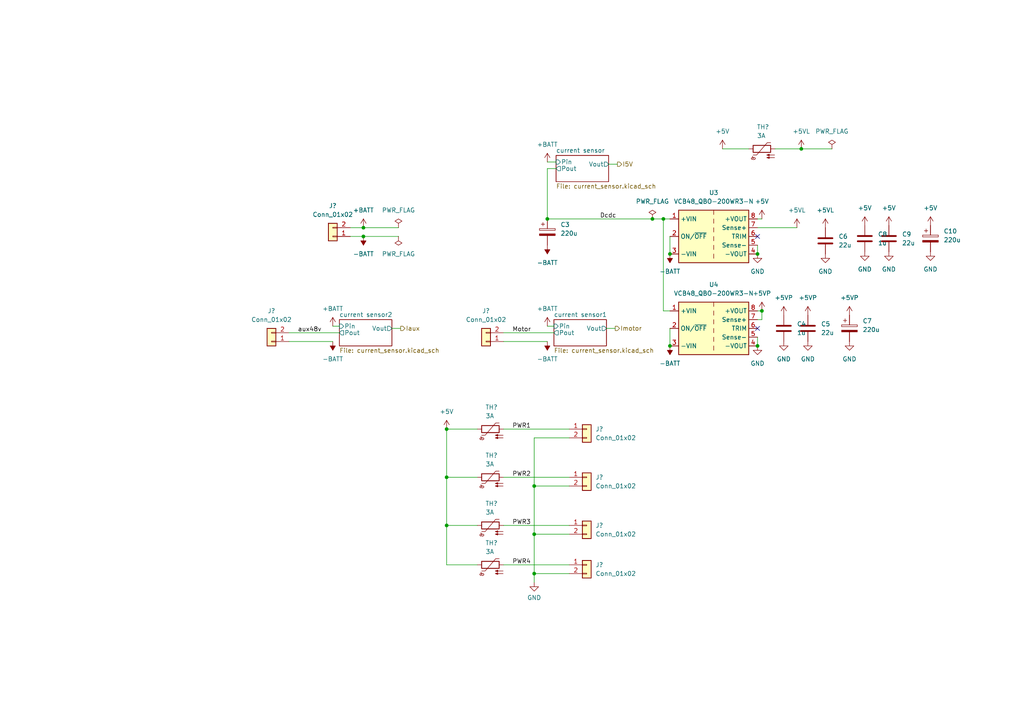
<source format=kicad_sch>
(kicad_sch (version 20230121) (generator eeschema)
  (paper "A4")
  (lib_symbols
    (symbol "Connector_Generic:Conn_01x02" (pin_names (offset 1.016) hide)
      (property "Reference" "J" (at 0 2.54 0))
      (property "Value" "Conn_01x02" (at 0 -5.08 0))
      (symbol "Conn_01x02_1_1"
        (rectangle (start -1.27 -2.413) (end 0 -2.667) (stroke (width 0.1524)))
        (rectangle (start -1.27 0.127) (end 0 -0.127) (stroke (width 0.1524)))
        (rectangle (start -1.27 1.27) (end 1.27 -3.81) (stroke (width 0.254)) (fill (type background)))
        (pin passive line (at -5.08 0 0) (length 3.81) (name "Pin_1") (number "1"))
        (pin passive line (at -5.08 -2.54 0) (length 3.81) (name "Pin_2") (number "2"))
      )
    )
    (symbol "Device:C" (pin_numbers hide) (pin_names (offset 0.254))
      (property "Reference" "C" (at 0.635 2.54 0))
      (property "Value" "C" (at 0.635 -2.54 0))
      (symbol "C_0_1"
        (polyline (pts (xy -2.032 -0.762) (xy 2.032 -0.762)) (stroke (width 0.508)))
        (polyline (pts (xy -2.032 0.762) (xy 2.032 0.762)) (stroke (width 0.508)))
      )
      (symbol "C_1_1"
        (pin passive line (at 0 3.81 270) (length 2.794) (name "~") (number "1"))
        (pin passive line (at 0 -3.81 90) (length 2.794) (name "~") (number "2"))
      )
    )
    (symbol "Device:C_Polarized" (pin_numbers hide) (pin_names (offset 0.254))
      (property "Reference" "C" (at 0.635 2.54 0))
      (property "Value" "C_Polarized" (at 0.635 -2.54 0))
      (symbol "C_Polarized_0_1"
        (rectangle (start -2.286 0.508) (end 2.286 1.016))
        (polyline (pts (xy -1.778 2.286) (xy -0.762 2.286)))
        (polyline (pts (xy -1.27 2.794) (xy -1.27 1.778)))
        (rectangle (start 2.286 -0.508) (end -2.286 -1.016) (fill (type outline)))
      )
      (symbol "C_Polarized_1_1"
        (pin passive line (at 0 3.81 270) (length 2.794) (name "~") (number "1"))
        (pin passive line (at 0 -3.81 90) (length 2.794) (name "~") (number "2"))
      )
    )
    (symbol "Device:Thermistor_PTC" (pin_numbers hide) (pin_names (offset 0))
      (property "Reference" "TH" (at -4.064 0 90))
      (property "Value" "Thermistor_PTC" (at 3.048 0 90))
      (symbol "Thermistor_PTC_0_1"
        (arc (start -3.048 2.159) (mid -3.0495 2.3143) (end -3.175 2.413))
        (arc (start -3.048 2.159) (mid -2.9736 1.9794) (end -2.794 1.905))
        (arc (start -3.048 2.794) (mid -2.9736 2.6144) (end -2.794 2.54))
        (arc (start -2.794 1.905) (mid -2.6144 1.9794) (end -2.54 2.159))
        (arc (start -2.794 2.54) (mid -2.4393 2.5587) (end -2.159 2.794))
        (arc (start -2.794 3.048) (mid -2.9736 2.9736) (end -3.048 2.794))
        (arc (start -2.54 2.794) (mid -2.6144 2.9736) (end -2.794 3.048))
        (rectangle (start -1.016 2.54) (end 1.016 -2.54) (stroke (width 0.254)))
        (polyline (pts (xy -2.54 2.159) (xy -2.54 2.794)))
        (polyline (pts (xy -1.778 2.54) (xy -1.778 1.524) (xy 1.778 -1.524) (xy 1.778 -2.54)))
        (polyline (pts (xy -2.54 -3.683) (xy -2.54 -1.397) (xy -2.794 -2.159) (xy -2.286 -2.159) (xy -2.54 -1.397) (xy -2.54 -1.651)) (fill (type outline)))
        (polyline (pts (xy -1.778 -3.683) (xy -1.778 -1.397) (xy -2.032 -2.159) (xy -1.524 -2.159) (xy -1.778 -1.397) (xy -1.778 -1.651)) (fill (type outline)))
      )
      (symbol "Thermistor_PTC_1_1"
        (pin passive line (at 0 3.81 270) (length 1.27) (name "~") (number "1"))
        (pin passive line (at 0 -3.81 90) (length 1.27) (name "~") (number "2"))
      )
    )
    (symbol "additional:V48SD"
      (property "Reference" "U" (at 0 11.43 0))
      (property "Value" "V48SD" (at 0 8.89 0))
      (symbol "V48SD_0_1"
        (rectangle (start -10.16 7.62) (end 10.16 -7.62) (stroke (width 0.254)) (fill (type background)))
        (polyline (pts (xy 0 -5.08) (xy 0 -6.35)))
        (polyline (pts (xy 0 -2.54) (xy 0 -3.81)))
        (polyline (pts (xy 0 0) (xy 0 -1.27)))
        (polyline (pts (xy 0 2.54) (xy 0 1.27)))
        (polyline (pts (xy 0 5.08) (xy 0 3.81)))
        (polyline (pts (xy 0 7.62) (xy 0 6.35)))
      )
      (symbol "V48SD_1_1"
        (pin power_in line (at -12.7 5.08 0) (length 2.54) (name "+VIN") (number "1"))
        (pin input line (at -12.7 0 0) (length 2.54) (name "ON/~{OFF}") (number "2"))
        (pin power_in line (at -12.7 -5.08 0) (length 2.54) (name "-VIN") (number "3"))
        (pin power_out line (at 12.7 -5.08 180) (length 2.54) (name "-VOUT") (number "4"))
        (pin input line (at 12.7 -2.54 180) (length 2.54) (name "Sense-") (number "5"))
        (pin passive line (at 12.7 0 180) (length 2.54) (name "TRIM") (number "6"))
        (pin input line (at 12.7 2.54 180) (length 2.54) (name "Sense+") (number "7"))
        (pin power_out line (at 12.7 5.08 180) (length 2.54) (name "+VOUT") (number "8"))
      )
    )
    (symbol "power:+5V" (power) (pin_names (offset 0))
      (property "Value" "+5V" (at 0 3.556 0))
      (symbol "+5V_0_1"
        (polyline (pts (xy -0.762 1.27) (xy 0 2.54)))
        (polyline (pts (xy 0 0) (xy 0 2.54)))
        (polyline (pts (xy 0 2.54) (xy 0.762 1.27)))
      )
      (symbol "+5V_1_1"
        (pin power_in line (at 0 0 90) (length 0) hide (name "+5V") (number "1"))
      )
    )
    (symbol "power:+5VL" (power) (pin_names (offset 0))
      (property "Value" "+5VL" (at 0 3.556 0))
      (symbol "+5VL_0_1"
        (polyline (pts (xy -0.762 1.27) (xy 0 2.54)))
        (polyline (pts (xy 0 0) (xy 0 2.54)))
        (polyline (pts (xy 0 2.54) (xy 0.762 1.27)))
      )
      (symbol "+5VL_1_1"
        (pin power_in line (at 0 0 90) (length 0) hide (name "+5VL") (number "1"))
      )
    )
    (symbol "power:+5VP" (power) (pin_names (offset 0))
      (property "Value" "+5VP" (at 0 3.556 0))
      (symbol "+5VP_0_1"
        (polyline (pts (xy -0.762 1.27) (xy 0 2.54)))
        (polyline (pts (xy 0 0) (xy 0 2.54)))
        (polyline (pts (xy 0 2.54) (xy 0.762 1.27)))
      )
      (symbol "+5VP_1_1"
        (pin power_in line (at 0 0 90) (length 0) hide (name "+5VP") (number "1"))
      )
    )
    (symbol "power:+BATT" (power) (pin_names (offset 0))
      (property "Value" "+BATT" (at 0 3.556 0))
      (symbol "+BATT_0_1"
        (polyline (pts (xy -0.762 1.27) (xy 0 2.54)))
        (polyline (pts (xy 0 0) (xy 0 2.54)))
        (polyline (pts (xy 0 2.54) (xy 0.762 1.27)))
      )
      (symbol "+BATT_1_1"
        (pin power_in line (at 0 0 90) (length 0) hide (name "+BATT") (number "1"))
      )
    )
    (symbol "power:-BATT" (power) (pin_names (offset 0))
      (property "Value" "-BATT" (at 0 3.556 0))
      (symbol "-BATT_0_1"
        (polyline (pts (xy 0 0) (xy 0 2.54)))
        (polyline (pts (xy 0.762 1.27) (xy -0.762 1.27) (xy 0 2.54) (xy 0.762 1.27)) (fill (type outline)))
      )
      (symbol "-BATT_1_1"
        (pin power_in line (at 0 0 90) (length 0) hide (name "-BATT") (number "1"))
      )
    )
    (symbol "power:GND" (power) (pin_names (offset 0))
      (property "Value" "GND" (at 0 -3.81 0))
      (symbol "GND_0_1"
        (polyline (pts (xy 0 0) (xy 0 -1.27) (xy 1.27 -1.27) (xy 0 -2.54) (xy -1.27 -1.27) (xy 0 -1.27)))
      )
      (symbol "GND_1_1"
        (pin power_in line (at 0 0 270) (length 0) hide (name "GND") (number "1"))
      )
    )
    (symbol "power:PWR_FLAG" (power) (pin_numbers hide) (pin_names (offset 0) hide)
      (property "Value" "PWR_FLAG" (at 0 3.81 0))
      (symbol "PWR_FLAG_0_0"
        (pin power_out line (at 0 0 90) (length 0) (name "pwr") (number "1"))
      )
      (symbol "PWR_FLAG_0_1"
        (polyline (pts (xy 0 0) (xy 0 1.27) (xy -1.016 1.905) (xy 0 2.54) (xy 1.016 1.905) (xy 0 1.27)))
      )
    )
  )
  (junction (at 105.41 68.58))
  (junction (at 105.41 66.04))
  (junction (at 189.23 63.5))
  (junction (at 219.71 100.33))
  (junction (at 219.71 73.66))
  (junction (at 154.94 140.97))
  (junction (at 154.94 166.37))
  (junction (at 192.405 63.5))
  (junction (at 129.54 124.46))
  (junction (at 158.75 63.5))
  (junction (at 129.54 152.4))
  (junction (at 194.31 100.33))
  (junction (at 154.94 154.94))
  (junction (at 220.98 90.17))
  (junction (at 232.41 43.18))
  (junction (at 129.54 138.43))
  (junction (at 194.31 73.66))
  (no_connect (at 219.71 95.25))
  (no_connect (at 219.71 68.58))
  (wire (pts (xy 189.23 63.5) (xy 192.405 63.5)))
  (wire (pts (xy 129.54 138.43) (xy 138.43 138.43)))
  (wire (pts (xy 105.41 66.04) (xy 101.6 66.04)))
  (wire (pts (xy 154.94 140.97) (xy 154.94 154.94)))
  (wire (pts (xy 146.05 99.06) (xy 158.75 99.06)))
  (wire (pts (xy 175.895 95.25) (xy 178.435 95.25)))
  (wire (pts (xy 192.405 63.5) (xy 194.31 63.5)))
  (wire (pts (xy 220.98 63.5) (xy 219.71 63.5)))
  (wire (pts (xy 165.1 163.83) (xy 146.05 163.83)))
  (wire (pts (xy 219.71 66.04) (xy 231.14 66.04)))
  (wire (pts (xy 154.94 166.37) (xy 154.94 168.91)))
  (wire (pts (xy 146.05 152.4) (xy 165.1 152.4)))
  (wire (pts (xy 219.71 92.71) (xy 220.98 92.71)))
  (wire (pts (xy 176.53 47.625) (xy 179.07 47.625)))
  (wire (pts (xy 192.405 90.17) (xy 194.31 90.17)))
  (wire (pts (xy 192.405 63.5) (xy 192.405 90.17)))
  (wire (pts (xy 158.75 48.895) (xy 161.29 48.895)))
  (wire (pts (xy 105.41 68.58) (xy 101.6 68.58)))
  (wire (pts (xy 105.41 66.04) (xy 115.57 66.04)))
  (wire (pts (xy 146.05 138.43) (xy 165.1 138.43)))
  (wire (pts (xy 83.82 96.52) (xy 98.425 96.52)))
  (wire (pts (xy 113.665 95.25) (xy 116.205 95.25)))
  (wire (pts (xy 146.05 124.46) (xy 165.1 124.46)))
  (wire (pts (xy 129.54 124.46) (xy 138.43 124.46)))
  (wire (pts (xy 154.94 154.94) (xy 165.1 154.94)))
  (wire (pts (xy 154.94 140.97) (xy 165.1 140.97)))
  (wire (pts (xy 220.98 92.71) (xy 220.98 90.17)))
  (wire (pts (xy 105.41 68.58) (xy 115.57 68.58)))
  (wire (pts (xy 96.52 94.615) (xy 98.425 94.615)))
  (wire (pts (xy 129.54 152.4) (xy 129.54 163.83)))
  (wire (pts (xy 194.31 95.25) (xy 194.31 100.33)))
  (wire (pts (xy 219.71 97.79) (xy 219.71 100.33)))
  (wire (pts (xy 154.94 154.94) (xy 154.94 166.37)))
  (wire (pts (xy 158.75 48.895) (xy 158.75 63.5)))
  (wire (pts (xy 224.79 43.18) (xy 232.41 43.18)))
  (wire (pts (xy 129.54 163.83) (xy 138.43 163.83)))
  (wire (pts (xy 129.54 138.43) (xy 129.54 152.4)))
  (wire (pts (xy 209.55 43.18) (xy 217.17 43.18)))
  (wire (pts (xy 220.98 90.17) (xy 219.71 90.17)))
  (wire (pts (xy 158.75 63.5) (xy 189.23 63.5)))
  (wire (pts (xy 83.82 99.06) (xy 96.52 99.06)))
  (wire (pts (xy 158.75 94.615) (xy 160.655 94.615)))
  (wire (pts (xy 129.54 124.46) (xy 129.54 138.43)))
  (wire (pts (xy 146.05 96.52) (xy 160.655 96.52)))
  (wire (pts (xy 219.71 71.12) (xy 219.71 73.66)))
  (wire (pts (xy 194.31 68.58) (xy 194.31 73.66)))
  (wire (pts (xy 232.41 43.18) (xy 241.3 43.18)))
  (wire (pts (xy 129.54 152.4) (xy 138.43 152.4)))
  (wire (pts (xy 158.75 46.99) (xy 161.29 46.99)))
  (wire (pts (xy 165.1 127) (xy 154.94 127)))
  (wire (pts (xy 154.94 127) (xy 154.94 140.97)))
  (wire (pts (xy 154.94 166.37) (xy 165.1 166.37)))
  (label "Motor" (at 148.59 96.52 0))
  (label "Dcdc" (at 173.99 63.5 0))
  (label "PWR2" (at 148.59 138.43 0))
  (label "PWR1" (at 148.59 124.46 0))
  (label "PWR4" (at 148.59 163.83 0))
  (label "PWR3" (at 148.59 152.4 0))
  (label "aux48v" (at 86.36 96.52 0))
  (hierarchical_label "Iaux" (shape output) (at 116.205 95.25 0))
  (hierarchical_label "Imotor" (shape output) (at 178.435 95.25 0))
  (hierarchical_label "I5V" (shape output) (at 179.07 47.625 0))
  (symbol (lib_id "power:GND") (at 269.875 73.025 0) (unit 1)
    (property "Reference" "#PWR064" (effects hide))
    (property "Value" "GND" (at 269.875 78.105 0))
  )
  (symbol (lib_id "Device:C_Polarized") (at 246.38 95.25 0) (unit 1)
    (property "Reference" "C7" (at 250.19 93.091 0) (effects (justify left)))
    (property "Value" "220u" (at 250.19 95.631 0) (effects (justify left)))
    (property "Footprint" "Capacitor_THT:CP_Radial_D16.0mm_P7.50mm" (effects hide))
    (property "Mouser" "EKY-101ELL221ML20S" (effects hide))
    (property "mouser" "EKY-101ELL221ML20S" (effects hide))
  )
  (symbol (lib_id "Device:C_Polarized") (at 158.75 67.31 0) (unit 1)
    (property "Reference" "C3" (at 162.56 65.151 0) (effects (justify left)))
    (property "Value" "220u" (at 162.56 67.691 0) (effects (justify left)))
    (property "Footprint" "Capacitor_THT:CP_Radial_D16.0mm_P7.50mm" (effects hide))
    (property "Mouser" "EKY-101ELL221ML20S" (effects hide))
    (property "mouser" "EKY-101ELL221ML20S" (effects hide))
  )
  (symbol (lib_id "power:GND") (at 154.94 168.91 0) (unit 1)
    (property "Reference" "#PWR036" (effects hide))
    (property "Value" "GND" (at 154.94 173.355 0))
  )
  (symbol (lib_id "Device:C") (at 239.395 69.85 0) (unit 1)
    (property "Reference" "C6" (at 243.205 68.58 0) (effects (justify left)))
    (property "Value" "22u" (at 243.205 71.12 0) (effects (justify left)))
    (property "Footprint" "Capacitor_SMD:C_1210_3225Metric" (effects hide))
    (property "Mouser" "CL32B226MOJNNNE" (effects hide))
    (property "mouser" "CL32B226MOJNNNE" (effects hide))
  )
  (symbol (lib_id "power:GND") (at 239.395 73.66 0) (unit 1)
    (property "Reference" "#PWR056" (effects hide))
    (property "Value" "GND" (at 239.395 78.74 0))
  )
  (symbol (lib_id "Connector_Generic:Conn_01x02") (at 170.18 163.83 0) (unit 1)
    (property "Reference" "J?" (at 172.72 163.83 0) (effects (justify left)))
    (property "Value" "Conn_01x02" (at 172.72 166.37 0) (effects (justify left)))
    (property "Footprint" "Connector_JST:JST_XH_B2B-XH-A_1x02_P2.50mm_Vertical" (effects hide))
    (instances (project "speedomobile-powerstage" (path "" (reference "J?") (unit 1)) (path "" (reference "J17") (unit 1))))
  )
  (symbol (lib_id "power:-BATT") (at 158.75 99.06 180) (unit 1)
    (property "Reference" "#PWR040" (effects hide))
    (property "Value" "-BATT" (at 158.75 104.14 0))
  )
  (symbol (lib_id "power:-BATT") (at 105.41 68.58 180) (unit 1)
    (property "Reference" "#PWR034" (effects hide))
    (property "Value" "-BATT" (at 105.41 73.66 0))
  )
  (symbol (lib_id "Connector_Generic:Conn_01x02") (at 78.74 99.06 180) (unit 1)
    (property "Reference" "J?" (at 78.74 90.17 0))
    (property "Value" "Conn_01x02" (at 78.74 92.71 0))
    (property "Footprint" "Connector_AMASS:AMASS_XT60-F_1x02_P7.20mm_Vertical" (effects hide))
    (instances (project "speedomobile-powerstage" (path "" (reference "J?") (unit 1)) (path "" (reference "J11") (unit 1))))
  )
  (symbol (lib_id "additional:V48SD") (at 207.01 68.58 0) (unit 1)
    (property "Reference" "U3" (at 207.01 55.88 0))
    (property "Value" "VCB48_QBO-200WR3-N" (at 207.01 58.42 0))
    (property "Footprint" "additional:VCB48" (effects hide))
    (property "Datasheet" "https://www.mouser.fr/datasheet/2/632/DS_V48SD_120W-3106698.pdf" (effects hide))
    (property "mouser" " 108-V48SK05040NRFH " (effects hide))
  )
  (symbol (lib_id "power:+BATT") (at 105.41 66.04 0) (unit 1)
    (property "Reference" "#PWR033" (effects hide))
    (property "Value" "+BATT" (at 105.41 60.96 0))
  )
  (symbol (lib_id "power:-BATT") (at 194.31 100.33 180) (unit 1)
    (property "Reference" "#PWR043" (effects hide))
    (property "Value" "-BATT" (at 194.31 105.41 0))
  )
  (symbol (lib_id "Device:C") (at 257.81 69.215 0) (unit 1)
    (property "Reference" "C9" (at 261.62 67.945 0) (effects (justify left)))
    (property "Value" "22u" (at 261.62 70.485 0) (effects (justify left)))
    (property "Footprint" "Capacitor_SMD:C_1210_3225Metric" (effects hide))
    (property "Mouser" "CL32B226MOJNNNE" (effects hide))
    (property "mouser" "CL32B226MOJNNNE" (effects hide))
  )
  (symbol (lib_id "power:+5VP") (at 246.38 91.44 0) (unit 1)
    (property "Reference" "#PWR057" (effects hide))
    (property "Value" "+5VP" (at 246.38 86.36 0))
  )
  (symbol (lib_id "Connector_Generic:Conn_01x02") (at 170.18 124.46 0) (unit 1)
    (property "Reference" "J?" (at 172.72 124.46 0) (effects (justify left)))
    (property "Value" "Conn_01x02" (at 172.72 127 0) (effects (justify left)))
    (property "Footprint" "Connector_JST:JST_XH_B2B-XH-A_1x02_P2.50mm_Vertical" (effects hide))
    (instances (project "speedomobile-powerstage" (path "" (reference "J?") (unit 1)) (path "" (reference "J14") (unit 1))))
  )
  (symbol (lib_id "additional:V48SD") (at 207.01 95.25 0) (unit 1)
    (property "Reference" "U4" (at 207.01 82.55 0))
    (property "Value" "VCB48_QBO-200WR3-N" (at 207.01 85.09 0))
    (property "Footprint" "additional:VCB48" (effects hide))
    (property "Datasheet" "https://www.mouser.fr/datasheet/2/632/DS_V48SD_120W-3106698.pdf" (effects hide))
    (property "mouser" " 108-V48SK05040NRFH " (effects hide))
  )
  (symbol (lib_id "power:+BATT") (at 96.52 94.615 0) (unit 1)
    (property "Reference" "#PWR031" (effects hide))
    (property "Value" "+BATT" (at 96.52 89.535 0))
  )
  (symbol (lib_id "Device:C") (at 227.33 95.25 0) (unit 1)
    (property "Reference" "C4" (at 231.14 93.98 0) (effects (justify left)))
    (property "Value" "1u" (at 231.14 96.52 0) (effects (justify left)))
    (property "Footprint" "Capacitor_SMD:C_1206_3216Metric" (effects hide))
    (property "mouser" " 187-CL31B105KBHNFNE " (effects hide))
  )
  (symbol (lib_id "power:+5V") (at 257.81 65.405 0) (unit 1)
    (property "Reference" "#PWR061" (effects hide))
    (property "Value" "+5V" (at 257.81 60.325 0))
  )
  (symbol (lib_id "power:GND") (at 227.33 99.06 0) (unit 1)
    (property "Reference" "#PWR050" (effects hide))
    (property "Value" "GND" (at 227.33 104.14 0))
  )
  (symbol (lib_id "Device:C_Polarized") (at 269.875 69.215 0) (unit 1)
    (property "Reference" "C10" (at 273.685 67.056 0) (effects (justify left)))
    (property "Value" "220u" (at 273.685 69.596 0) (effects (justify left)))
    (property "Footprint" "Capacitor_THT:CP_Radial_D16.0mm_P7.50mm" (effects hide))
    (property "Mouser" "EKY-101ELL221ML20S" (effects hide))
    (property "mouser" "EKY-101ELL221ML20S" (effects hide))
  )
  (symbol (lib_id "Device:Thermistor_PTC") (at 142.24 163.83 90) (unit 1)
    (property "Reference" "TH?" (at 142.5575 157.48 90))
    (property "Value" "3A " (at 142.5575 160.02 90))
    (property "Footprint" "Resistor_SMD:R_1210_3225Metric" (effects hide))
    (property "mouser" " 504-PTSLR12106V300" (effects hide))
    (instances (project "speedomobile-powerstage" (path "" (reference "TH?") (unit 1)) (path "" (reference "TH12") (unit 1))))
  )
  (symbol (lib_id "Connector_Generic:Conn_01x02") (at 140.97 99.06 180) (unit 1)
    (property "Reference" "J?" (at 140.97 90.17 0))
    (property "Value" "Conn_01x02" (at 140.97 92.71 0))
    (property "Footprint" "Connector_AMASS:AMASS_XT60-F_1x02_P7.20mm_Vertical" (effects hide))
    (instances (project "speedomobile-powerstage" (path "" (reference "J?") (unit 1)) (path "" (reference "J13") (unit 1))))
  )
  (symbol (lib_id "power:+5V") (at 250.825 65.405 0) (unit 1)
    (property "Reference" "#PWR059" (effects hide))
    (property "Value" "+5V" (at 250.825 60.325 0))
  )
  (symbol (lib_id "power:+5V") (at 129.54 124.46 0) (unit 1)
    (property "Reference" "#PWR05" (effects hide))
    (property "Value" "+5V" (at 129.54 119.38 0))
  )
  (symbol (lib_id "power:+5VL") (at 232.41 43.18 0) (unit 1)
    (property "Reference" "#PWR?" (effects hide))
    (property "Value" "+5VL" (at 232.41 38.1 0))
    (instances (project "speedomobile-powerstage" (path "" (reference "#PWR?") (unit 1)) (path "" (reference "#PWR052") (unit 1))))
  )
  (symbol (lib_id "Device:C") (at 250.825 69.215 0) (unit 1)
    (property "Reference" "C8" (at 254.635 67.945 0) (effects (justify left)))
    (property "Value" "1u" (at 254.635 70.485 0) (effects (justify left)))
    (property "Footprint" "Capacitor_SMD:C_1206_3216Metric" (effects hide))
    (property "mouser" " 187-CL31B105KBHNFNE " (effects hide))
  )
  (symbol (lib_id "power:PWR_FLAG") (at 115.57 66.04 0) (unit 1)
    (property "Reference" "#FLG?" (effects hide))
    (property "Value" "PWR_FLAG" (at 115.57 60.96 0))
    (instances (project "speedomobile-powerstage" (path "" (reference "#FLG?") (unit 1)) (path "" (reference "#FLG03") (unit 1))))
  )
  (symbol (lib_id "power:PWR_FLAG") (at 241.3 43.18 0) (unit 1)
    (property "Reference" "#FLG?" (effects hide))
    (property "Value" "PWR_FLAG" (at 241.3 38.1 0))
    (instances (project "speedomobile-powerstage" (path "" (reference "#FLG?") (unit 1)) (path "" (reference "#FLG06") (unit 1))))
  )
  (symbol (lib_id "power:+BATT") (at 158.75 94.615 0) (unit 1)
    (property "Reference" "#PWR039" (effects hide))
    (property "Value" "+BATT" (at 158.75 89.535 0))
  )
  (symbol (lib_id "power:GND") (at 246.38 99.06 0) (unit 1)
    (property "Reference" "#PWR058" (effects hide))
    (property "Value" "GND" (at 246.38 104.14 0))
  )
  (symbol (lib_id "power:+5VL") (at 239.395 66.04 0) (unit 1)
    (property "Reference" "#PWR055" (effects hide))
    (property "Value" "+5VL" (at 239.395 60.96 0))
  )
  (symbol (lib_id "Device:Thermistor_PTC") (at 220.98 43.18 90) (unit 1)
    (property "Reference" "TH?" (at 221.2975 36.83 90))
    (property "Value" "3A " (at 221.2975 39.37 90))
    (property "Footprint" "Resistor_SMD:R_1210_3225Metric" (effects hide))
    (property "mouser" " 504-PTSLR12106V300" (effects hide))
    (instances (project "speedomobile-powerstage" (path "" (reference "TH?") (unit 1)) (path "" (reference "TH13") (unit 1))))
  )
  (symbol (lib_id "power:-BATT") (at 194.31 73.66 180) (unit 1)
    (property "Reference" "#PWR042" (effects hide))
    (property "Value" "-BATT" (at 194.31 78.74 0))
  )
  (symbol (lib_id "power:-BATT") (at 158.75 71.12 180) (unit 1)
    (property "Reference" "#PWR038" (effects hide))
    (property "Value" "-BATT" (at 158.75 76.2 0))
  )
  (symbol (lib_id "power:+5VL") (at 231.14 66.04 0) (unit 1)
    (property "Reference" "#PWR051" (effects hide))
    (property "Value" "+5VL" (at 231.14 60.96 0))
  )
  (symbol (lib_id "power:+5V") (at 220.98 63.5 0) (unit 1)
    (property "Reference" "#PWR047" (effects hide))
    (property "Value" "+5V" (at 220.98 58.42 0))
  )
  (symbol (lib_id "Connector_Generic:Conn_01x02") (at 170.18 152.4 0) (unit 1)
    (property "Reference" "J?" (at 172.72 152.4 0) (effects (justify left)))
    (property "Value" "Conn_01x02" (at 172.72 154.94 0) (effects (justify left)))
    (property "Footprint" "Connector_JST:JST_XH_B2B-XH-A_1x02_P2.50mm_Vertical" (effects hide))
    (instances (project "speedomobile-powerstage" (path "" (reference "J?") (unit 1)) (path "" (reference "J16") (unit 1))))
  )
  (symbol (lib_id "power:+BATT") (at 158.75 46.99 0) (unit 1)
    (property "Reference" "#PWR037" (effects hide))
    (property "Value" "+BATT" (at 158.75 41.91 0))
  )
  (symbol (lib_id "power:+5V") (at 209.55 43.18 0) (unit 1)
    (property "Reference" "#PWR?" (effects hide))
    (property "Value" "+5V" (at 209.55 38.1 0))
    (instances (project "speedomobile-powerstage" (path "" (reference "#PWR?") (unit 1)) (path "" (reference "#PWR044") (unit 1))))
  )
  (symbol (lib_id "power:GND") (at 257.81 73.025 0) (unit 1)
    (property "Reference" "#PWR062" (effects hide))
    (property "Value" "GND" (at 257.81 78.105 0))
  )
  (symbol (lib_id "Device:Thermistor_PTC") (at 142.24 124.46 90) (unit 1)
    (property "Reference" "TH?" (at 142.5575 118.11 90))
    (property "Value" "3A " (at 142.5575 120.65 90))
    (property "Footprint" "Resistor_SMD:R_1210_3225Metric" (effects hide))
    (property "mouser" " 504-PTSLR12106V300" (effects hide))
    (instances (project "speedomobile-powerstage" (path "" (reference "TH?") (unit 1)) (path "" (reference "TH9") (unit 1))))
  )
  (symbol (lib_id "power:GND") (at 234.315 99.06 0) (unit 1)
    (property "Reference" "#PWR054" (effects hide))
    (property "Value" "GND" (at 234.315 104.14 0))
  )
  (symbol (lib_id "Connector_Generic:Conn_01x02") (at 96.52 68.58 180) (unit 1)
    (property "Reference" "J?" (at 96.52 59.69 0))
    (property "Value" "Conn_01x02" (at 96.52 62.23 0))
    (property "Footprint" "Connector_AMASS:AMASS_XT60-M_1x02_P7.20mm_Vertical" (effects hide))
    (instances (project "speedomobile-powerstage" (path "" (reference "J?") (unit 1)) (path "" (reference "J12") (unit 1))))
  )
  (symbol (lib_id "Device:Thermistor_PTC") (at 142.24 138.43 90) (unit 1)
    (property "Reference" "TH?" (at 142.5575 132.08 90))
    (property "Value" "3A " (at 142.5575 134.62 90))
    (property "Footprint" "Resistor_SMD:R_1210_3225Metric" (effects hide))
    (property "mouser" " 504-PTSLR12106V300" (effects hide))
    (instances (project "speedomobile-powerstage" (path "" (reference "TH?") (unit 1)) (path "" (reference "TH10") (unit 1))))
  )
  (symbol (lib_id "power:-BATT") (at 96.52 99.06 180) (unit 1)
    (property "Reference" "#PWR032" (effects hide))
    (property "Value" "-BATT" (at 96.52 104.14 0))
  )
  (symbol (lib_id "Device:Thermistor_PTC") (at 142.24 152.4 90) (unit 1)
    (property "Reference" "TH?" (at 142.5575 146.05 90))
    (property "Value" "3A " (at 142.5575 148.59 90))
    (property "Footprint" "Resistor_SMD:R_1210_3225Metric" (effects hide))
    (property "mouser" " 504-PTSLR12106V300" (effects hide))
    (instances (project "speedomobile-powerstage" (path "" (reference "TH?") (unit 1)) (path "" (reference "TH11") (unit 1))))
  )
  (symbol (lib_id "power:+5VP") (at 234.315 91.44 0) (unit 1)
    (property "Reference" "#PWR053" (effects hide))
    (property "Value" "+5VP" (at 234.315 86.36 0))
  )
  (symbol (lib_id "Device:C") (at 234.315 95.25 0) (unit 1)
    (property "Reference" "C5" (at 238.125 93.98 0) (effects (justify left)))
    (property "Value" "22u" (at 238.125 96.52 0) (effects (justify left)))
    (property "Footprint" "Capacitor_SMD:C_1210_3225Metric" (effects hide))
    (property "Mouser" "CL32B226MOJNNNE" (effects hide))
    (property "mouser" "CL32B226MOJNNNE" (effects hide))
  )
  (symbol (lib_id "Connector_Generic:Conn_01x02") (at 170.18 138.43 0) (unit 1)
    (property "Reference" "J?" (at 172.72 138.43 0) (effects (justify left)))
    (property "Value" "Conn_01x02" (at 172.72 140.97 0) (effects (justify left)))
    (property "Footprint" "Connector_JST:JST_XH_B2B-XH-A_1x02_P2.50mm_Vertical" (effects hide))
    (instances (project "speedomobile-powerstage" (path "" (reference "J?") (unit 1)) (path "" (reference "J15") (unit 1))))
  )
  (symbol (lib_id "power:PWR_FLAG") (at 189.23 63.5 0) (unit 1)
    (property "Reference" "#FLG05" (effects hide))
    (property "Value" "PWR_FLAG" (at 189.23 58.42 0))
  )
  (symbol (lib_id "power:+5VP") (at 220.98 90.17 0) (unit 1)
    (property "Reference" "#PWR048" (effects hide))
    (property "Value" "+5VP" (at 220.98 85.09 0))
  )
  (symbol (lib_id "power:+5V") (at 269.875 65.405 0) (unit 1)
    (property "Reference" "#PWR063" (effects hide))
    (property "Value" "+5V" (at 269.875 60.325 0))
  )
  (symbol (lib_id "power:GND") (at 250.825 73.025 0) (unit 1)
    (property "Reference" "#PWR060" (effects hide))
    (property "Value" "GND" (at 250.825 78.105 0))
  )
  (symbol (lib_id "power:PWR_FLAG") (at 115.57 68.58 180) (unit 1)
    (property "Reference" "#FLG?" (effects hide))
    (property "Value" "PWR_FLAG" (at 115.57 73.66 0))
    (instances (project "speedomobile-powerstage" (path "" (reference "#FLG?") (unit 1)) (path "" (reference "#FLG04") (unit 1))))
  )
  (symbol (lib_id "power:GND") (at 219.71 73.66 0) (unit 1)
    (property "Reference" "#PWR045" (effects hide))
    (property "Value" "GND" (at 219.71 78.74 0))
  )
  (symbol (lib_id "power:+5VP") (at 227.33 91.44 0) (unit 1)
    (property "Reference" "#PWR049" (effects hide))
    (property "Value" "+5VP" (at 227.33 86.36 0))
  )
  (symbol (lib_id "power:GND") (at 219.71 100.33 0) (unit 1)
    (property "Reference" "#PWR046" (effects hide))
    (property "Value" "GND" (at 219.71 105.41 0))
  )
  (sheet (at 161.29 45.085) (size 15.24 7.62) (stroke (width 0.1524))
    (property "Sheetname" "current sensor" (at 161.29 44.3734 0) (effects (justify left bottom)))
    (property "Sheetfile" "current_sensor.kicad_sch" (at 161.29 53.2896 0) (effects (justify left top)))
    (pin "Vout" output (at 176.53 47.625 0))
    (pin "Pin" input (at 161.29 46.99 180))
    (pin "Pout" output (at 161.29 48.895 180))
  )
  (sheet (at 160.655 92.71) (size 15.24 7.62) (stroke (width 0.1524))
    (property "Sheetname" "current sensor1" (at 160.655 91.9984 0) (effects (justify left bottom)))
    (property "Sheetfile" "current_sensor.kicad_sch" (at 160.655 100.9146 0) (effects (justify left top)))
    (pin "Vout" output (at 175.895 95.25 0))
    (pin "Pin" input (at 160.655 94.615 180))
    (pin "Pout" output (at 160.655 96.52 180))
  )
  (sheet (at 98.425 92.71) (size 15.24 7.62) (stroke (width 0.1524))
    (property "Sheetname" "current sensor2" (at 98.425 91.9984 0) (effects (justify left bottom)))
    (property "Sheetfile" "current_sensor.kicad_sch" (at 98.425 100.9146 0) (effects (justify left top)))
    (pin "Vout" output (at 113.665 95.25 0))
    (pin "Pin" input (at 98.425 94.615 180))
    (pin "Pout" output (at 98.425 96.52 180))
  )
)
</source>
